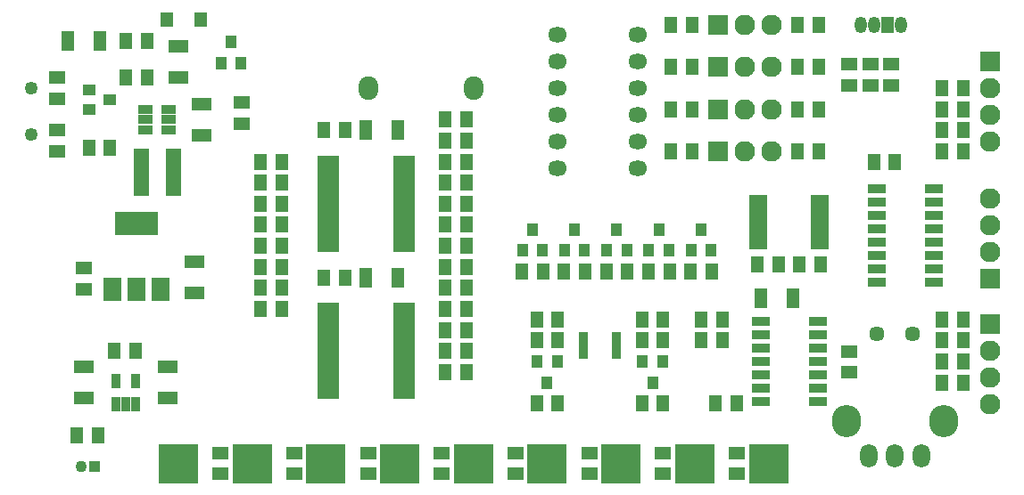
<source format=gbs>
G04 #@! TF.GenerationSoftware,KiCad,Pcbnew,no-vcs-found-7650~57~ubuntu14.04.1*
G04 #@! TF.CreationDate,2017-02-13T23:43:47+01:00*
G04 #@! TF.ProjectId,Wifi_PB,576966695F50422E6B696361645F7063,V0.1*
G04 #@! TF.FileFunction,Soldermask,Bot*
G04 #@! TF.FilePolarity,Negative*
%FSLAX46Y46*%
G04 Gerber Fmt 4.6, Leading zero omitted, Abs format (unit mm)*
G04 Created by KiCad (PCBNEW no-vcs-found-7650~57~ubuntu14.04.1) date Mon Feb 13 23:43:47 2017*
%MOMM*%
%LPD*%
G01*
G04 APERTURE LIST*
%ADD10C,0.100000*%
%ADD11R,1.314000X0.904000*%
%ADD12R,2.004000X0.704000*%
%ADD13R,0.904000X0.554000*%
%ADD14R,1.754000X0.704000*%
%ADD15R,1.754000X0.854000*%
%ADD16O,1.778000X1.454000*%
%ADD17O,1.854000X2.254000*%
%ADD18R,1.854000X1.254000*%
%ADD19R,1.504000X1.254000*%
%ADD20R,1.254000X1.854000*%
%ADD21R,1.254000X1.504000*%
%ADD22C,1.454000*%
%ADD23O,1.154000X1.554000*%
%ADD24R,1.154000X1.554000*%
%ADD25R,1.954000X1.954000*%
%ADD26O,1.954000X1.954000*%
%ADD27R,3.754000X3.754000*%
%ADD28R,1.054000X1.154000*%
%ADD29R,1.154000X1.054000*%
%ADD30R,1.254000X1.554000*%
%ADD31R,1.554000X1.254000*%
%ADD32O,1.654000X2.254000*%
%ADD33O,2.754000X3.054000*%
%ADD34R,0.904000X1.314000*%
%ADD35R,1.754000X2.254000*%
%ADD36R,4.054000X2.254000*%
%ADD37R,1.164000X1.474000*%
%ADD38C,1.254000*%
%ADD39C,1.104000*%
%ADD40R,1.104000X1.104000*%
G04 APERTURE END LIST*
D10*
D11*
X72100000Y-49000000D03*
X72100000Y-49950000D03*
X72100000Y-48050000D03*
X69900000Y-48050000D03*
X69900000Y-49000000D03*
X69900000Y-49950000D03*
D12*
X94400000Y-61225000D03*
X94400000Y-60575000D03*
X94400000Y-59925000D03*
X94400000Y-59275000D03*
X94400000Y-58625000D03*
X94400000Y-57975000D03*
X94400000Y-57325000D03*
X94400000Y-56675000D03*
X94400000Y-56025000D03*
X94400000Y-55375000D03*
X94400000Y-54725000D03*
X94400000Y-54075000D03*
X94400000Y-53425000D03*
X94400000Y-52775000D03*
X87200000Y-52775000D03*
X87200000Y-53425000D03*
X87200000Y-54075000D03*
X87200000Y-54725000D03*
X87200000Y-55375000D03*
X87200000Y-56025000D03*
X87200000Y-56675000D03*
X87200000Y-57325000D03*
X87200000Y-57975000D03*
X87200000Y-58625000D03*
X87200000Y-59275000D03*
X87200000Y-59925000D03*
X87200000Y-60575000D03*
X87200000Y-61225000D03*
X87200000Y-75225000D03*
X87200000Y-74575000D03*
X87200000Y-73925000D03*
X87200000Y-73275000D03*
X87200000Y-72625000D03*
X87200000Y-71975000D03*
X87200000Y-71325000D03*
X87200000Y-70675000D03*
X87200000Y-70025000D03*
X87200000Y-69375000D03*
X87200000Y-68725000D03*
X87200000Y-68075000D03*
X87200000Y-67425000D03*
X87200000Y-66775000D03*
X94400000Y-66775000D03*
X94400000Y-67425000D03*
X94400000Y-68075000D03*
X94400000Y-68725000D03*
X94400000Y-69375000D03*
X94400000Y-70025000D03*
X94400000Y-70675000D03*
X94400000Y-71325000D03*
X94400000Y-71975000D03*
X94400000Y-72625000D03*
X94400000Y-73275000D03*
X94400000Y-73925000D03*
X94400000Y-74575000D03*
X94400000Y-75225000D03*
D13*
X111450000Y-69500000D03*
X111450000Y-70000000D03*
X111450000Y-70500000D03*
X111450000Y-71000000D03*
X111450000Y-71500000D03*
X114550000Y-71500000D03*
X114550000Y-71000000D03*
X114550000Y-70500000D03*
X114550000Y-70000000D03*
X114550000Y-69500000D03*
D14*
X133901854Y-61024480D03*
X133901854Y-60374480D03*
X133901854Y-59724480D03*
X133901854Y-59074480D03*
X133901854Y-58424480D03*
X133901854Y-57774480D03*
X133901854Y-57124480D03*
X133901854Y-56474480D03*
X128001854Y-56474480D03*
X128001854Y-57124480D03*
X128001854Y-57774480D03*
X128001854Y-58424480D03*
X128001854Y-59074480D03*
X128001854Y-59724480D03*
X128001854Y-60374480D03*
X128001854Y-61024480D03*
D15*
X128300000Y-68190000D03*
X128300000Y-69460000D03*
X128300000Y-70730000D03*
X128300000Y-72000000D03*
X128300000Y-73270000D03*
X128300000Y-74540000D03*
X128300000Y-75810000D03*
X133700000Y-75810000D03*
X133700000Y-74540000D03*
X133700000Y-73270000D03*
X133700000Y-72000000D03*
X133700000Y-70730000D03*
X133700000Y-69460000D03*
X133700000Y-68190000D03*
X144700000Y-64445000D03*
X144700000Y-63175000D03*
X144700000Y-61905000D03*
X144700000Y-60635000D03*
X144700000Y-59365000D03*
X144700000Y-58095000D03*
X144700000Y-56825000D03*
X144700000Y-55555000D03*
X139300000Y-55555000D03*
X139300000Y-56825000D03*
X139300000Y-58095000D03*
X139300000Y-59365000D03*
X139300000Y-60635000D03*
X139300000Y-61905000D03*
X139300000Y-63175000D03*
X139300000Y-64445000D03*
D16*
X109000000Y-40920000D03*
X109000000Y-43460000D03*
X109000000Y-46000000D03*
X109000000Y-48540000D03*
X109000000Y-51080000D03*
X109000000Y-53620000D03*
X116620000Y-40920000D03*
X116620000Y-43460000D03*
X116620000Y-46000000D03*
X116620000Y-48540000D03*
X116620000Y-51080000D03*
X116620000Y-53620000D03*
D17*
X101000000Y-46000000D03*
X91000000Y-46000000D03*
D18*
X64000000Y-75500000D03*
X64000000Y-72500000D03*
D19*
X64000000Y-63150000D03*
X64000000Y-65150000D03*
D18*
X74500000Y-65500000D03*
X74500000Y-62500000D03*
X72000000Y-75500000D03*
X72000000Y-72500000D03*
D20*
X65500000Y-41500000D03*
X62500000Y-41500000D03*
D21*
X109000000Y-68000000D03*
X107000000Y-68000000D03*
X117000000Y-68000000D03*
X119000000Y-68000000D03*
D20*
X93800000Y-50000000D03*
X90800000Y-50000000D03*
X90800000Y-64000000D03*
X93800000Y-64000000D03*
D21*
X86800000Y-50000000D03*
X88800000Y-50000000D03*
X86800000Y-64000000D03*
X88800000Y-64000000D03*
X122600000Y-70000000D03*
X124600000Y-70000000D03*
X124600000Y-68000000D03*
X122600000Y-68000000D03*
D20*
X128300000Y-65980000D03*
X131300000Y-65980000D03*
D21*
X131951854Y-62749480D03*
X133951854Y-62749480D03*
X131750000Y-40000000D03*
X133750000Y-40000000D03*
X133750000Y-44000000D03*
X131750000Y-44000000D03*
X131750000Y-48000000D03*
X133750000Y-48000000D03*
X133750000Y-52000000D03*
X131750000Y-52000000D03*
X145500000Y-68000000D03*
X147500000Y-68000000D03*
X139000000Y-53000000D03*
X141000000Y-53000000D03*
X147500000Y-72000000D03*
X145500000Y-72000000D03*
X147500000Y-46000000D03*
X145500000Y-46000000D03*
X147500000Y-50000000D03*
X145500000Y-50000000D03*
D18*
X75190000Y-47490000D03*
X75190000Y-50490000D03*
X73000000Y-45000000D03*
X73000000Y-42000000D03*
D10*
G36*
X73161426Y-51773350D02*
X73168483Y-51774397D01*
X73175404Y-51776130D01*
X73182121Y-51778534D01*
X73188571Y-51781584D01*
X73194690Y-51785252D01*
X73200420Y-51789502D01*
X73205707Y-51794293D01*
X73210498Y-51799580D01*
X73214748Y-51805310D01*
X73218416Y-51811429D01*
X73221466Y-51817879D01*
X73223870Y-51824596D01*
X73225603Y-51831517D01*
X73226650Y-51838574D01*
X73227000Y-51845700D01*
X73227000Y-56154300D01*
X73226650Y-56161426D01*
X73225603Y-56168483D01*
X73223870Y-56175404D01*
X73221466Y-56182121D01*
X73218416Y-56188571D01*
X73214748Y-56194690D01*
X73210498Y-56200420D01*
X73205707Y-56205707D01*
X73200420Y-56210498D01*
X73194690Y-56214748D01*
X73188571Y-56218416D01*
X73182121Y-56221466D01*
X73175404Y-56223870D01*
X73168483Y-56225603D01*
X73161426Y-56226650D01*
X73154300Y-56227000D01*
X71845700Y-56227000D01*
X71838574Y-56226650D01*
X71831517Y-56225603D01*
X71824596Y-56223870D01*
X71817879Y-56221466D01*
X71811429Y-56218416D01*
X71805310Y-56214748D01*
X71799580Y-56210498D01*
X71794293Y-56205707D01*
X71789502Y-56200420D01*
X71785252Y-56194690D01*
X71781584Y-56188571D01*
X71778534Y-56182121D01*
X71776130Y-56175404D01*
X71774397Y-56168483D01*
X71773350Y-56161426D01*
X71773000Y-56154300D01*
X71773000Y-51845700D01*
X71773350Y-51838574D01*
X71774397Y-51831517D01*
X71776130Y-51824596D01*
X71778534Y-51817879D01*
X71781584Y-51811429D01*
X71785252Y-51805310D01*
X71789502Y-51799580D01*
X71794293Y-51794293D01*
X71799580Y-51789502D01*
X71805310Y-51785252D01*
X71811429Y-51781584D01*
X71817879Y-51778534D01*
X71824596Y-51776130D01*
X71831517Y-51774397D01*
X71838574Y-51773350D01*
X71845700Y-51773000D01*
X73154300Y-51773000D01*
X73161426Y-51773350D01*
X73161426Y-51773350D01*
G37*
D22*
X72500000Y-54000000D03*
D10*
G36*
X70161426Y-51773350D02*
X70168483Y-51774397D01*
X70175404Y-51776130D01*
X70182121Y-51778534D01*
X70188571Y-51781584D01*
X70194690Y-51785252D01*
X70200420Y-51789502D01*
X70205707Y-51794293D01*
X70210498Y-51799580D01*
X70214748Y-51805310D01*
X70218416Y-51811429D01*
X70221466Y-51817879D01*
X70223870Y-51824596D01*
X70225603Y-51831517D01*
X70226650Y-51838574D01*
X70227000Y-51845700D01*
X70227000Y-56154300D01*
X70226650Y-56161426D01*
X70225603Y-56168483D01*
X70223870Y-56175404D01*
X70221466Y-56182121D01*
X70218416Y-56188571D01*
X70214748Y-56194690D01*
X70210498Y-56200420D01*
X70205707Y-56205707D01*
X70200420Y-56210498D01*
X70194690Y-56214748D01*
X70188571Y-56218416D01*
X70182121Y-56221466D01*
X70175404Y-56223870D01*
X70168483Y-56225603D01*
X70161426Y-56226650D01*
X70154300Y-56227000D01*
X68845700Y-56227000D01*
X68838574Y-56226650D01*
X68831517Y-56225603D01*
X68824596Y-56223870D01*
X68817879Y-56221466D01*
X68811429Y-56218416D01*
X68805310Y-56214748D01*
X68799580Y-56210498D01*
X68794293Y-56205707D01*
X68789502Y-56200420D01*
X68785252Y-56194690D01*
X68781584Y-56188571D01*
X68778534Y-56182121D01*
X68776130Y-56175404D01*
X68774397Y-56168483D01*
X68773350Y-56161426D01*
X68773000Y-56154300D01*
X68773000Y-51845700D01*
X68773350Y-51838574D01*
X68774397Y-51831517D01*
X68776130Y-51824596D01*
X68778534Y-51817879D01*
X68781584Y-51811429D01*
X68785252Y-51805310D01*
X68789502Y-51799580D01*
X68794293Y-51794293D01*
X68799580Y-51789502D01*
X68805310Y-51785252D01*
X68811429Y-51781584D01*
X68817879Y-51778534D01*
X68824596Y-51776130D01*
X68831517Y-51774397D01*
X68838574Y-51773350D01*
X68845700Y-51773000D01*
X70154300Y-51773000D01*
X70161426Y-51773350D01*
X70161426Y-51773350D01*
G37*
D22*
X69500000Y-54000000D03*
D23*
X139000000Y-40000000D03*
D24*
X140270000Y-40000000D03*
D23*
X137730000Y-40000000D03*
X141540000Y-40000000D03*
D25*
X124210000Y-40000000D03*
D26*
X126750000Y-40000000D03*
X129290000Y-40000000D03*
X129290000Y-44000000D03*
X126750000Y-44000000D03*
D25*
X124210000Y-44000000D03*
X124210000Y-48000000D03*
D26*
X126750000Y-48000000D03*
X129290000Y-48000000D03*
X129290000Y-52000000D03*
X126750000Y-52000000D03*
D25*
X124210000Y-52000000D03*
D27*
X80000000Y-81700000D03*
X87000000Y-81700000D03*
X94000000Y-81700000D03*
X101000000Y-81700000D03*
X73000000Y-81700000D03*
D25*
X150000000Y-68460000D03*
D26*
X150000000Y-71000000D03*
X150000000Y-73540000D03*
X150000000Y-76080000D03*
X150000000Y-51080000D03*
X150000000Y-48540000D03*
X150000000Y-46000000D03*
D25*
X150000000Y-43460000D03*
D27*
X108000000Y-81700000D03*
X115000000Y-81700000D03*
X122000000Y-81700000D03*
X129000000Y-81700000D03*
D28*
X108000000Y-74000000D03*
X108950000Y-72000000D03*
X107050000Y-72000000D03*
X117050000Y-72000000D03*
X118950000Y-72000000D03*
X118000000Y-74000000D03*
X107550000Y-61450000D03*
X105650000Y-61450000D03*
X106600000Y-59450000D03*
X111550000Y-61450000D03*
X109650000Y-61450000D03*
X110600000Y-59450000D03*
X114600000Y-59450000D03*
X113650000Y-61450000D03*
X115550000Y-61450000D03*
X119550000Y-61450000D03*
X117650000Y-61450000D03*
X118600000Y-59450000D03*
X122600000Y-59450000D03*
X121650000Y-61450000D03*
X123550000Y-61450000D03*
D29*
X66500000Y-47100000D03*
X64500000Y-46150000D03*
X64500000Y-48050000D03*
D28*
X78000000Y-41600000D03*
X77050000Y-43600000D03*
X78950000Y-43600000D03*
D30*
X65340000Y-79000000D03*
X63340000Y-79000000D03*
X68900000Y-71000000D03*
X66900000Y-71000000D03*
X107000000Y-70000000D03*
X109000000Y-70000000D03*
X117000000Y-70000000D03*
X119000000Y-70000000D03*
X107000000Y-76000000D03*
X109000000Y-76000000D03*
X119000000Y-76000000D03*
X117000000Y-76000000D03*
X127951854Y-62749480D03*
X129951854Y-62749480D03*
X119750000Y-40000000D03*
X121750000Y-40000000D03*
X121750000Y-44000000D03*
X119750000Y-44000000D03*
X119750000Y-48000000D03*
X121750000Y-48000000D03*
X121750000Y-52000000D03*
X119750000Y-52000000D03*
X98300000Y-65000000D03*
X100300000Y-65000000D03*
X80800000Y-67000000D03*
X82800000Y-67000000D03*
X82800000Y-65000000D03*
X80800000Y-65000000D03*
X80800000Y-63000000D03*
X82800000Y-63000000D03*
X82800000Y-61000000D03*
X80800000Y-61000000D03*
X98300000Y-53000000D03*
X100300000Y-53000000D03*
X98300000Y-57000000D03*
X100300000Y-57000000D03*
X100300000Y-61000000D03*
X98300000Y-61000000D03*
X105600000Y-63450000D03*
X107600000Y-63450000D03*
X111600000Y-63450000D03*
X109600000Y-63450000D03*
X100300000Y-51000000D03*
X98300000Y-51000000D03*
X100300000Y-55000000D03*
X98300000Y-55000000D03*
X98300000Y-59000000D03*
X100300000Y-59000000D03*
X100300000Y-63000000D03*
X98300000Y-63000000D03*
X115600000Y-63450000D03*
X113600000Y-63450000D03*
X117600000Y-63450000D03*
X119600000Y-63450000D03*
X121600000Y-63450000D03*
X123600000Y-63450000D03*
X100300000Y-71000000D03*
X98300000Y-71000000D03*
X80800000Y-53000000D03*
X82800000Y-53000000D03*
X80800000Y-55000000D03*
X82800000Y-55000000D03*
X82800000Y-57000000D03*
X80800000Y-57000000D03*
X80800000Y-59000000D03*
X82800000Y-59000000D03*
D31*
X77000000Y-82700000D03*
X77000000Y-80700000D03*
X84000000Y-80700000D03*
X84000000Y-82700000D03*
X91000000Y-82700000D03*
X91000000Y-80700000D03*
X98000000Y-80700000D03*
X98000000Y-82700000D03*
D30*
X145500000Y-70000000D03*
X147500000Y-70000000D03*
X147500000Y-74000000D03*
X145500000Y-74000000D03*
X147500000Y-48000000D03*
X145500000Y-48000000D03*
X145500000Y-52000000D03*
X147500000Y-52000000D03*
X98300000Y-49000000D03*
X100300000Y-49000000D03*
D31*
X61500000Y-45000000D03*
X61500000Y-47000000D03*
X61500000Y-52000000D03*
X61500000Y-50000000D03*
D30*
X64500000Y-51700000D03*
X66500000Y-51700000D03*
X70000000Y-45000000D03*
X68000000Y-45000000D03*
X70000000Y-41500000D03*
X68000000Y-41500000D03*
D31*
X78990000Y-47390000D03*
X78990000Y-49390000D03*
D30*
X98300000Y-67000000D03*
X100300000Y-67000000D03*
X100300000Y-69000000D03*
X98300000Y-69000000D03*
X98300000Y-73000000D03*
X100300000Y-73000000D03*
D31*
X140650000Y-45750000D03*
X140650000Y-43750000D03*
X136650000Y-43750000D03*
X136650000Y-45750000D03*
X138650000Y-43750000D03*
X138650000Y-45750000D03*
X105000000Y-82700000D03*
X105000000Y-80700000D03*
X112000000Y-80700000D03*
X112000000Y-82700000D03*
X119000000Y-82700000D03*
X119000000Y-80700000D03*
X126000000Y-80700000D03*
X126000000Y-82700000D03*
D32*
X141000000Y-81000000D03*
X138500000Y-81000000D03*
X143500000Y-81000000D03*
D33*
X136400000Y-77700000D03*
X145600000Y-77700000D03*
D34*
X68950000Y-73900000D03*
X67050000Y-73900000D03*
X67050000Y-76100000D03*
X68000000Y-76100000D03*
X68950000Y-76100000D03*
D35*
X71300000Y-65150000D03*
X66700000Y-65150000D03*
X69000000Y-65150000D03*
D36*
X69000000Y-58850000D03*
D37*
X71865000Y-39500000D03*
X75135000Y-39500000D03*
D38*
X59000000Y-46000000D03*
X59000000Y-50400000D03*
D39*
X63750000Y-82000000D03*
D40*
X65000000Y-82000000D03*
D26*
X150000000Y-56480000D03*
X150000000Y-59020000D03*
X150000000Y-61560000D03*
D25*
X150000000Y-64100000D03*
D22*
X142680000Y-69360000D03*
X139280000Y-69360000D03*
D31*
X136670000Y-73040000D03*
X136670000Y-71040000D03*
D30*
X126000000Y-76000000D03*
X124000000Y-76000000D03*
M02*

</source>
